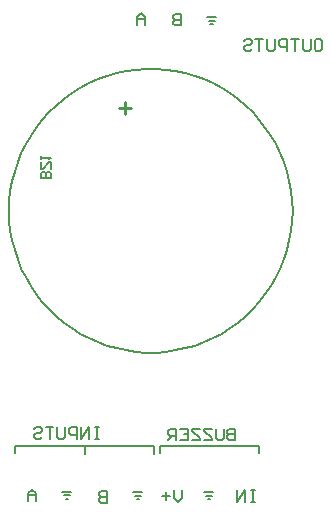
<source format=gbo>
%FSTAX36Y36*%
%MOIN*%
%SFA1B1*%

%IPPOS*%
%ADD17C,0.007870*%
%ADD21C,0.010000*%
%ADD24C,0.005910*%
%LNpcb1-1*%
%LPD*%
G54D17*
X00087764Y0005674D02*
D01*
X000876489Y000600355*
X000873042Y00063315*
X000867316Y000665625*
X000859338Y000697622*
X000849148Y000728983*
X000836795Y000759558*
X000822339Y000789197*
X000805851Y000817755*
X000787411Y000845093*
X00076711Y000871078*
X000745044Y000895584*
X000721324Y000918491*
X000696063Y000939687*
X000669385Y00095907*
X00064142Y000976545*
X000612304Y000992026*
X000582179Y001005438*
X000551191Y001016717*
X000519493Y001025806*
X000487238Y001032662*
X000454583Y001037251*
X000421687Y001039552*
X000388712*
X000355816Y001037251*
X000323161Y001032662*
X000290906Y001025806*
X000259208Y001016717*
X00022822Y001005438*
X000198095Y000992026*
X000168979Y000976545*
X000141014Y00095907*
X000114336Y000939687*
X000089075Y000918491*
X000065355Y000895584*
X000043289Y000871078*
X000022988Y000845093*
X000004548Y000817755*
X-000011939Y000789197*
X-000026395Y000759558*
X-000038748Y000728983*
X-000048938Y000697622*
X-000056916Y000665625*
X-000062642Y00063315*
X-000066089Y000600355*
X-00006724Y0005674*
X-000066089Y000534444*
X-000062642Y000501649*
X-000056916Y000469174*
X-000048938Y000437177*
X-000038748Y000405816*
X-000026395Y000375241*
X-000011939Y000345602*
X000004548Y000317044*
X000022988Y000289706*
X000043289Y000263721*
X000065355Y000239215*
X000089075Y000216308*
X000114336Y000195112*
X000141014Y000175729*
X00016898Y000158254*
X000198095Y000142773*
X00022822Y000129361*
X000259208Y000118082*
X000290906Y000108993*
X000323161Y000102137*
X000355816Y000097548*
X000388712Y000095247*
X000421687*
X000454583Y000097548*
X000487238Y000102137*
X000519493Y000108993*
X000551191Y000118082*
X000582179Y000129361*
X000612304Y000142773*
X00064142Y000158254*
X000669385Y000175729*
X000696063Y000195112*
X000721324Y000216308*
X000745044Y000239215*
X00076711Y000263721*
X000787411Y000289706*
X000805851Y000317044*
X000822339Y000345602*
X000836795Y000375241*
X000849148Y000405816*
X000859338Y000437177*
X000867316Y000469174*
X000873042Y000501649*
X000876489Y000534444*
X00087764Y0005674*
X00060394Y00119016D02*
X0006126D01*
X00059764Y00120158D02*
X0006185D01*
X00059252Y00121339D02*
X00062283D01*
X00035853Y-00039331D02*
X00036719D01*
X00035223Y-00038189D02*
X0003731D01*
X00034711Y-00037008D02*
X00037743D01*
X00011024Y-0003685D02*
X00014055D01*
X00011535Y-00038032D02*
X00013622D01*
X00012165Y-00039173D02*
X00013032D01*
X00058307Y-00036968D02*
X00061339D01*
X00059449Y-00039291D02*
X00060315D01*
X00058819Y-0003815D02*
X00060905D01*
X00043701Y-00021654D02*
X00076653D01*
X-00004724Y-00021535D02*
X00041732D01*
X00043701Y-00023937D02*
Y-00021654D01*
X-00004724Y-00023976D02*
Y-00021535D01*
X00076653Y-00024055D02*
Y-00021654D01*
X00018465Y-00024213D02*
Y-00021811D01*
X00041732Y-0002437D02*
Y-00021535D01*
X00095749Y00114054D02*
X00097061D01*
X00097716Y00113398*
Y00110774*
X00097061Y00110118*
X00095749*
X00095093Y00110774*
Y00113398*
X00095749Y00114054*
X00093781D02*
Y00110774D01*
X00093125Y00110118*
X00091813*
X00091157Y00110774*
Y00114054*
X00089845D02*
X00087221D01*
X00088533*
Y00110118*
X00085909D02*
Y00114054D01*
X00083941*
X00083285Y00113398*
Y00112086*
X00083941Y0011143*
X00085909*
X00081974Y00114054D02*
Y00110774D01*
X00081318Y00110118*
X00080006*
X0007935Y00110774*
Y00114054*
X00078038D02*
X00075414D01*
X00076726*
Y00110118*
X00071478Y00113398D02*
X00072134Y00114054D01*
X00073446*
X00074102Y00113398*
Y00112742*
X00073446Y00112086*
X00072134*
X00071478Y0011143*
Y00110774*
X00072134Y00110118*
X00073446*
X00074102Y00110774*
X00050551Y00122479D02*
Y00118543D01*
X00048583*
X00047927Y00119199*
Y00119855*
X00048583Y00120511*
X00050551*
X00048583*
X00047927Y00121167*
Y00121823*
X00048583Y00122479*
X00050551*
X00038543Y00118701D02*
Y00121325D01*
X00037231Y00122636*
X00035919Y00121325*
Y00118701*
Y00120669*
X00038543*
X00068701Y-00015828D02*
Y-00019764D01*
X00066733*
X00066077Y-00019108*
Y-00018452*
X00066733Y-00017796*
X00068701*
X00066733*
X00066077Y-0001714*
Y-00016484*
X00066733Y-00015828*
X00068701*
X00064765D02*
Y-00019108D01*
X00064109Y-00019764*
X00062797*
X00062141Y-00019108*
Y-00015828*
X00060829D02*
X00058205D01*
Y-00016484*
X00060829Y-00019108*
Y-00019764*
X00058205*
X00056894Y-00015828D02*
X0005427D01*
Y-00016484*
X00056894Y-00019108*
Y-00019764*
X0005427*
X00050334Y-00015828D02*
X00052958D01*
Y-00019764*
X00050334*
X00052958Y-00017796D02*
X00051646D01*
X00049022Y-00019764D02*
Y-00015828D01*
X00047054*
X00046398Y-00016484*
Y-00017796*
X00047054Y-00018452*
X00049022*
X0004771D02*
X00046398Y-00019764D01*
X00044409Y-00038386D02*
X00047033D01*
X00045721Y-00037075D02*
Y-00039698D01*
X00048345Y-00036419D02*
Y-00039042D01*
X00049657Y-00040354*
X00050969Y-00039042*
Y-00036419*
X0002315Y-00015356D02*
X00021838D01*
X00022494*
Y-00019291*
X0002315*
X00021838*
X0001987D02*
Y-00015356D01*
X00017246Y-00019291*
Y-00015356*
X00015934Y-00019291D02*
Y-00015356D01*
X00013966*
X0001331Y-00016012*
Y-00017323*
X00013966Y-00017979*
X00015934*
X00011998Y-00015356D02*
Y-00018635D01*
X00011342Y-00019291*
X0001003*
X00009375Y-00018635*
Y-00015356*
X00008063D02*
X00005439D01*
X00006751*
Y-00019291*
X00001503Y-00016012D02*
X00002159Y-00015356D01*
X00003471*
X00004127Y-00016012*
Y-00016668*
X00003471Y-00017323*
X00002159*
X00001503Y-00017979*
Y-00018635*
X00002159Y-00019291*
X00003471*
X00004127Y-00018635*
X00075118Y-00036301D02*
X00073806D01*
X00074462*
Y-00040236*
X00075118*
X00073806*
X00071838D02*
Y-00036301D01*
X00069214Y-00040236*
Y-00036301*
X00025984Y-00036537D02*
Y-00040472D01*
X00024016*
X0002336Y-00039816*
Y-0003916*
X00024016Y-00038505*
X00025984*
X00024016*
X0002336Y-00037849*
Y-00037193*
X00024016Y-00036537*
X00025984*
X00002087Y-00040079D02*
Y-00037455D01*
X00000775Y-00036143*
X-00000537Y-00037455*
Y-00040079*
Y-00038111*
X00002087*
G54D21*
X00031858Y00089142D02*
Y00093197D01*
X00029811Y0009111D02*
X00033866D01*
G54D24*
X00007125Y00067677D02*
X00003976D01*
Y00069252*
X00004501Y00069776*
X00005026*
X00005551Y00069252*
Y00067677*
Y00069252*
X00006075Y00069776*
X000066*
X00007125Y00069252*
Y00067677*
Y00070826D02*
Y00072925D01*
X000066*
X00004501Y00070826*
X00003976*
Y00072925*
Y00073974D02*
Y00075024D01*
Y00074499*
X00007125*
X000066Y00073974*
M02*
</source>
